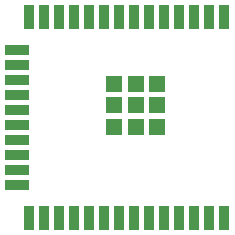
<source format=gtp>
G04*
G04 #@! TF.GenerationSoftware,Altium Limited,Altium Designer,22.4.2 (48)*
G04*
G04 Layer_Color=8421504*
%FSLAX25Y25*%
%MOIN*%
G70*
G04*
G04 #@! TF.SameCoordinates,09A78814-C825-4F20-898B-51866AA435C6*
G04*
G04*
G04 #@! TF.FilePolarity,Positive*
G04*
G01*
G75*
%ADD15R,0.03543X0.07874*%
%ADD16R,0.05236X0.05236*%
%ADD17R,0.07874X0.03543*%
D15*
X212937Y169965D02*
D03*
X207937D02*
D03*
X232937Y103035D02*
D03*
X177937D02*
D03*
X232937Y169965D02*
D03*
X237937Y103035D02*
D03*
X227937D02*
D03*
X222937D02*
D03*
X217937D02*
D03*
X212937D02*
D03*
X207937D02*
D03*
X202937D02*
D03*
X197937D02*
D03*
X192937D02*
D03*
X187937D02*
D03*
X182937D02*
D03*
X172937D02*
D03*
Y169965D02*
D03*
X177937D02*
D03*
X182937D02*
D03*
X187937D02*
D03*
X192937D02*
D03*
X197937D02*
D03*
X202937D02*
D03*
X217937D02*
D03*
X222937D02*
D03*
X227937D02*
D03*
X237937D02*
D03*
D16*
X201185Y133213D02*
D03*
Y140437D02*
D03*
Y147661D02*
D03*
X208410Y133213D02*
D03*
Y140437D02*
D03*
Y147661D02*
D03*
X215634Y133213D02*
D03*
Y140437D02*
D03*
Y147661D02*
D03*
D17*
X169000Y114000D02*
D03*
Y119000D02*
D03*
Y124000D02*
D03*
Y129000D02*
D03*
Y134000D02*
D03*
Y139000D02*
D03*
Y144000D02*
D03*
Y149000D02*
D03*
Y154000D02*
D03*
Y159000D02*
D03*
M02*

</source>
